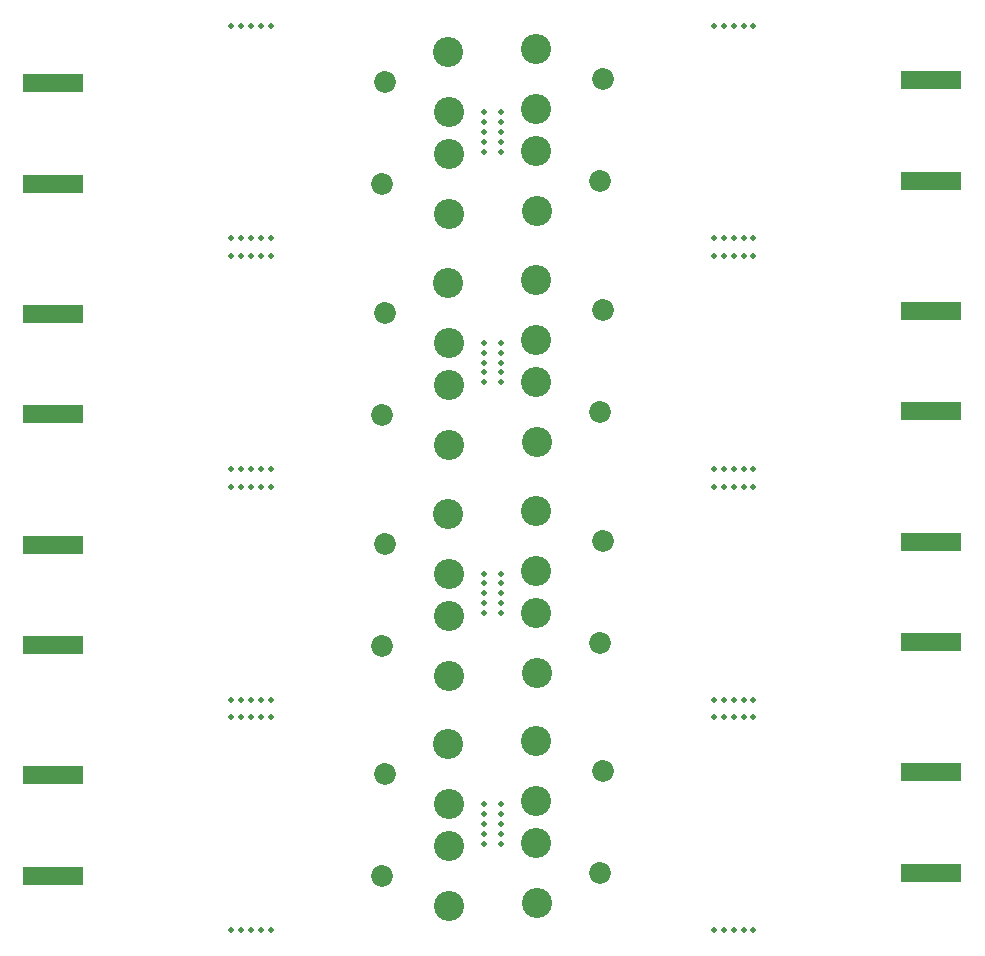
<source format=gbr>
%TF.GenerationSoftware,KiCad,Pcbnew,(6.0.10)*%
%TF.CreationDate,2023-02-03T22:17:50+05:30*%
%TF.ProjectId,Diplexer Panel,4469706c-6578-4657-9220-50616e656c2e,rev?*%
%TF.SameCoordinates,Original*%
%TF.FileFunction,Soldermask,Bot*%
%TF.FilePolarity,Negative*%
%FSLAX46Y46*%
G04 Gerber Fmt 4.6, Leading zero omitted, Abs format (unit mm)*
G04 Created by KiCad (PCBNEW (6.0.10)) date 2023-02-03 22:17:50*
%MOMM*%
%LPD*%
G01*
G04 APERTURE LIST*
%ADD10C,0.500000*%
%ADD11C,2.550000*%
%ADD12C,1.850000*%
%ADD13R,5.080000X1.500000*%
G04 APERTURE END LIST*
D10*
%TO.C,REF\u002A\u002A*%
X128902333Y-44776000D03*
%TD*%
%TO.C,REF\u002A\u002A*%
X147750000Y-53622333D03*
%TD*%
D11*
%TO.C,Gnd*%
X152167000Y-92436000D03*
X152167000Y-92436000D03*
X152167000Y-92436000D03*
%TD*%
D10*
%TO.C,REF\u002A\u002A*%
X127235667Y-46276000D03*
%TD*%
%TO.C,REF\u002A\u002A*%
X169764333Y-85328000D03*
%TD*%
%TO.C,REF\u002A\u002A*%
X168931000Y-44776000D03*
%TD*%
%TO.C,REF\u002A\u002A*%
X129735666Y-85328000D03*
%TD*%
%TO.C,REF\u002A\u002A*%
X128902333Y-65802000D03*
%TD*%
D11*
%TO.C,Gnd*%
X152167000Y-33858000D03*
X152167000Y-33858000D03*
X152167000Y-33858000D03*
%TD*%
D10*
%TO.C,REF\u002A\u002A*%
X127235667Y-26750000D03*
%TD*%
%TO.C,REF\u002A\u002A*%
X168097666Y-44776000D03*
%TD*%
%TO.C,REF\u002A\u002A*%
X127235667Y-103354000D03*
%TD*%
%TO.C,REF\u002A\u002A*%
X149250000Y-76481666D03*
%TD*%
D11*
%TO.C,Gnd*%
X144833000Y-76720000D03*
X144833000Y-76720000D03*
X144833000Y-76720000D03*
%TD*%
D12*
%TO.C,2m*%
X157882000Y-31318000D03*
X157882000Y-31318000D03*
X157882000Y-31318000D03*
X157882000Y-31318000D03*
%TD*%
D10*
%TO.C,REF\u002A\u002A*%
X126402334Y-64302000D03*
%TD*%
%TO.C,REF\u002A\u002A*%
X147750000Y-36596333D03*
%TD*%
D12*
%TO.C,2m*%
X157882000Y-50844000D03*
X157882000Y-50844000D03*
X157882000Y-50844000D03*
X157882000Y-50844000D03*
%TD*%
D10*
%TO.C,REF\u002A\u002A*%
X126402334Y-103354000D03*
%TD*%
D11*
%TO.C,Gnd*%
X152294000Y-81546000D03*
X152294000Y-81546000D03*
%TD*%
D10*
%TO.C,REF\u002A\u002A*%
X127235667Y-65802000D03*
%TD*%
%TO.C,REF\u002A\u002A*%
X168931000Y-85328000D03*
%TD*%
%TO.C,REF\u002A\u002A*%
X127235667Y-83828000D03*
%TD*%
D13*
%TO.C,2m+70cm*%
X185666500Y-59412000D03*
X185666500Y-50912000D03*
%TD*%
D12*
%TO.C,2m*%
X157882000Y-89896000D03*
X157882000Y-89896000D03*
X157882000Y-89896000D03*
X157882000Y-89896000D03*
%TD*%
D10*
%TO.C,REF\u002A\u002A*%
X126402334Y-83828000D03*
%TD*%
D11*
%TO.C,Gnd*%
X152167000Y-87356000D03*
X152167000Y-87356000D03*
X152167000Y-87356000D03*
%TD*%
D10*
%TO.C,REF\u002A\u002A*%
X149250000Y-96007666D03*
%TD*%
D12*
%TO.C,2m*%
X157882000Y-70370000D03*
X157882000Y-70370000D03*
X157882000Y-70370000D03*
X157882000Y-70370000D03*
%TD*%
D11*
%TO.C,Gnd*%
X152167000Y-67830000D03*
X152167000Y-67830000D03*
X152167000Y-67830000D03*
%TD*%
D10*
%TO.C,REF\u002A\u002A*%
X149250000Y-34929667D03*
%TD*%
D13*
%TO.C,2m+70cm*%
X111333500Y-98718000D03*
X111333500Y-90218000D03*
%TD*%
D12*
%TO.C,2m*%
X157882000Y-70370000D03*
X157882000Y-70370000D03*
X157882000Y-70370000D03*
X157882000Y-70370000D03*
%TD*%
D10*
%TO.C,REF\u002A\u002A*%
X170597666Y-26750000D03*
%TD*%
%TO.C,REF\u002A\u002A*%
X169764333Y-65802000D03*
%TD*%
D11*
%TO.C,Gnd*%
X152167000Y-56940000D03*
X152167000Y-56940000D03*
%TD*%
%TO.C,Gnd*%
X144706000Y-29032000D03*
X144706000Y-29032000D03*
%TD*%
D10*
%TO.C,REF\u002A\u002A*%
X168097666Y-85328000D03*
%TD*%
D12*
%TO.C,2m*%
X139118000Y-98786000D03*
X139118000Y-98786000D03*
X139118000Y-98786000D03*
X139118000Y-98786000D03*
%TD*%
%TO.C,70cm*%
X139372000Y-70624000D03*
X139372000Y-70624000D03*
X139372000Y-70624000D03*
X139372000Y-70624000D03*
%TD*%
D11*
%TO.C,Gnd*%
X152167000Y-76466000D03*
X152167000Y-76466000D03*
%TD*%
D10*
%TO.C,REF\u002A\u002A*%
X127235667Y-44776000D03*
%TD*%
D12*
%TO.C,70cm*%
X139372000Y-31572000D03*
X139372000Y-31572000D03*
X139372000Y-31572000D03*
X139372000Y-31572000D03*
%TD*%
%TO.C,2m*%
X157882000Y-89896000D03*
X157882000Y-89896000D03*
X157882000Y-89896000D03*
X157882000Y-89896000D03*
%TD*%
D10*
%TO.C,REF\u002A\u002A*%
X126402334Y-85328000D03*
%TD*%
%TO.C,REF\u002A\u002A*%
X128069000Y-85328000D03*
%TD*%
D12*
%TO.C,2m*%
X139118000Y-98786000D03*
X139118000Y-98786000D03*
X139118000Y-98786000D03*
X139118000Y-98786000D03*
%TD*%
D10*
%TO.C,REF\u002A\u002A*%
X147750000Y-94341000D03*
%TD*%
%TO.C,REF\u002A\u002A*%
X168097666Y-83828000D03*
%TD*%
%TO.C,REF\u002A\u002A*%
X169764333Y-26750000D03*
%TD*%
D11*
%TO.C,Gnd*%
X144833000Y-57194000D03*
X144833000Y-57194000D03*
X144833000Y-57194000D03*
%TD*%
D10*
%TO.C,REF\u002A\u002A*%
X168931000Y-83828000D03*
%TD*%
D11*
%TO.C,Gnd*%
X152167000Y-37414000D03*
X152167000Y-37414000D03*
%TD*%
D12*
%TO.C,70cm*%
X139372000Y-51098000D03*
X139372000Y-51098000D03*
X139372000Y-51098000D03*
X139372000Y-51098000D03*
%TD*%
D10*
%TO.C,REF\u002A\u002A*%
X127235667Y-85328000D03*
%TD*%
D12*
%TO.C,2m*%
X157882000Y-31318000D03*
X157882000Y-31318000D03*
X157882000Y-31318000D03*
X157882000Y-31318000D03*
%TD*%
D10*
%TO.C,REF\u002A\u002A*%
X128069000Y-64302000D03*
%TD*%
%TO.C,REF\u002A\u002A*%
X149250000Y-95174333D03*
%TD*%
%TO.C,REF\u002A\u002A*%
X147750000Y-96007666D03*
%TD*%
%TO.C,REF\u002A\u002A*%
X168931000Y-65802000D03*
%TD*%
D12*
%TO.C,70cm*%
X157628000Y-79006000D03*
X157628000Y-79006000D03*
X157628000Y-79006000D03*
X157628000Y-79006000D03*
%TD*%
D11*
%TO.C,Gnd*%
X144833000Y-53638000D03*
X144833000Y-53638000D03*
%TD*%
D12*
%TO.C,2m*%
X139118000Y-59734000D03*
X139118000Y-59734000D03*
X139118000Y-59734000D03*
X139118000Y-59734000D03*
%TD*%
D10*
%TO.C,REF\u002A\u002A*%
X169764333Y-44776000D03*
%TD*%
D13*
%TO.C,2m+70cm*%
X185666500Y-31386000D03*
X185666500Y-39886000D03*
%TD*%
D10*
%TO.C,REF\u002A\u002A*%
X170597666Y-85328000D03*
%TD*%
%TO.C,REF\u002A\u002A*%
X128069000Y-103354000D03*
%TD*%
%TO.C,REF\u002A\u002A*%
X147750000Y-74815000D03*
%TD*%
D11*
%TO.C,Gnd*%
X152294000Y-42494000D03*
X152294000Y-42494000D03*
%TD*%
D10*
%TO.C,REF\u002A\u002A*%
X169764333Y-46276000D03*
%TD*%
%TO.C,REF\u002A\u002A*%
X149250000Y-53622333D03*
%TD*%
D12*
%TO.C,2m*%
X139118000Y-40208000D03*
X139118000Y-40208000D03*
X139118000Y-40208000D03*
X139118000Y-40208000D03*
%TD*%
D11*
%TO.C,Gnd*%
X152294000Y-62020000D03*
X152294000Y-62020000D03*
%TD*%
D10*
%TO.C,REF\u002A\u002A*%
X129735666Y-103354000D03*
%TD*%
%TO.C,REF\u002A\u002A*%
X169764333Y-64302000D03*
%TD*%
%TO.C,REF\u002A\u002A*%
X128902333Y-83828000D03*
%TD*%
%TO.C,REF\u002A\u002A*%
X147750000Y-34929667D03*
%TD*%
%TO.C,REF\u002A\u002A*%
X168097666Y-103354000D03*
%TD*%
%TO.C,REF\u002A\u002A*%
X167264333Y-65802000D03*
%TD*%
%TO.C,REF\u002A\u002A*%
X147750000Y-56955666D03*
%TD*%
D12*
%TO.C,70cm*%
X157628000Y-59480000D03*
X157628000Y-59480000D03*
X157628000Y-59480000D03*
X157628000Y-59480000D03*
%TD*%
D10*
%TO.C,REF\u002A\u002A*%
X168097666Y-26750000D03*
%TD*%
%TO.C,REF\u002A\u002A*%
X168931000Y-26750000D03*
%TD*%
%TO.C,REF\u002A\u002A*%
X149250000Y-74815000D03*
%TD*%
%TO.C,REF\u002A\u002A*%
X170597666Y-44776000D03*
%TD*%
%TO.C,REF\u002A\u002A*%
X147750000Y-92674333D03*
%TD*%
%TO.C,REF\u002A\u002A*%
X149250000Y-92674333D03*
%TD*%
D12*
%TO.C,2m*%
X139118000Y-79260000D03*
X139118000Y-79260000D03*
X139118000Y-79260000D03*
X139118000Y-79260000D03*
%TD*%
%TO.C,2m*%
X139118000Y-79260000D03*
X139118000Y-79260000D03*
X139118000Y-79260000D03*
X139118000Y-79260000D03*
%TD*%
D11*
%TO.C,Gnd*%
X144833000Y-92690000D03*
X144833000Y-92690000D03*
%TD*%
D13*
%TO.C,2m+70cm*%
X185666500Y-78938000D03*
X185666500Y-70438000D03*
%TD*%
D11*
%TO.C,Gnd*%
X152167000Y-48304000D03*
X152167000Y-48304000D03*
X152167000Y-48304000D03*
%TD*%
D10*
%TO.C,REF\u002A\u002A*%
X129735666Y-44776000D03*
%TD*%
D11*
%TO.C,Gnd*%
X144706000Y-87610000D03*
X144706000Y-87610000D03*
%TD*%
D10*
%TO.C,REF\u002A\u002A*%
X170597666Y-65802000D03*
%TD*%
%TO.C,REF\u002A\u002A*%
X149250000Y-37429666D03*
%TD*%
%TO.C,REF\u002A\u002A*%
X149250000Y-34096334D03*
%TD*%
%TO.C,REF\u002A\u002A*%
X128069000Y-26750000D03*
%TD*%
%TO.C,REF\u002A\u002A*%
X147750000Y-34096334D03*
%TD*%
%TO.C,REF\u002A\u002A*%
X147750000Y-37429666D03*
%TD*%
D11*
%TO.C,Gnd*%
X144706000Y-48558000D03*
X144706000Y-48558000D03*
%TD*%
D10*
%TO.C,REF\u002A\u002A*%
X168097666Y-65802000D03*
%TD*%
D12*
%TO.C,2m*%
X139118000Y-40208000D03*
X139118000Y-40208000D03*
X139118000Y-40208000D03*
X139118000Y-40208000D03*
%TD*%
D13*
%TO.C,2m+70cm*%
X185666500Y-89964000D03*
X185666500Y-98464000D03*
%TD*%
D10*
%TO.C,REF\u002A\u002A*%
X149250000Y-56955666D03*
%TD*%
%TO.C,REF\u002A\u002A*%
X147750000Y-93507666D03*
%TD*%
D13*
%TO.C,2m+70cm*%
X111333500Y-40140000D03*
X111333500Y-31640000D03*
%TD*%
D10*
%TO.C,REF\u002A\u002A*%
X126402334Y-65802000D03*
%TD*%
%TO.C,REF\u002A\u002A*%
X149250000Y-55289000D03*
%TD*%
%TO.C,REF\u002A\u002A*%
X147750000Y-35763000D03*
%TD*%
%TO.C,REF\u002A\u002A*%
X149250000Y-56122333D03*
%TD*%
%TO.C,REF\u002A\u002A*%
X167264333Y-44776000D03*
%TD*%
D11*
%TO.C,Gnd*%
X144833000Y-34112000D03*
X144833000Y-34112000D03*
%TD*%
%TO.C,Gnd*%
X144833000Y-81800000D03*
X144833000Y-81800000D03*
X144833000Y-81800000D03*
%TD*%
D10*
%TO.C,REF\u002A\u002A*%
X170597666Y-103354000D03*
%TD*%
%TO.C,REF\u002A\u002A*%
X167264333Y-103354000D03*
%TD*%
D11*
%TO.C,Gnd*%
X144833000Y-62274000D03*
X144833000Y-62274000D03*
X144833000Y-62274000D03*
%TD*%
D10*
%TO.C,REF\u002A\u002A*%
X168097666Y-46276000D03*
%TD*%
%TO.C,REF\u002A\u002A*%
X167264333Y-85328000D03*
%TD*%
%TO.C,REF\u002A\u002A*%
X168931000Y-103354000D03*
%TD*%
D11*
%TO.C,Gnd*%
X144833000Y-42748000D03*
X144833000Y-42748000D03*
X144833000Y-42748000D03*
%TD*%
%TO.C,Gnd*%
X152167000Y-95992000D03*
X152167000Y-95992000D03*
%TD*%
%TO.C,Gnd*%
X152167000Y-53384000D03*
X152167000Y-53384000D03*
X152167000Y-53384000D03*
%TD*%
D10*
%TO.C,REF\u002A\u002A*%
X167264333Y-26750000D03*
%TD*%
D12*
%TO.C,70cm*%
X157628000Y-39954000D03*
X157628000Y-39954000D03*
X157628000Y-39954000D03*
X157628000Y-39954000D03*
%TD*%
D10*
%TO.C,REF\u002A\u002A*%
X149250000Y-75648333D03*
%TD*%
D11*
%TO.C,Gnd*%
X152294000Y-101072000D03*
X152294000Y-101072000D03*
%TD*%
D10*
%TO.C,REF\u002A\u002A*%
X129735666Y-64302000D03*
%TD*%
%TO.C,REF\u002A\u002A*%
X149250000Y-36596333D03*
%TD*%
D11*
%TO.C,Gnd*%
X144833000Y-101326000D03*
X144833000Y-101326000D03*
X144833000Y-101326000D03*
%TD*%
D10*
%TO.C,REF\u002A\u002A*%
X128069000Y-83828000D03*
%TD*%
%TO.C,REF\u002A\u002A*%
X149250000Y-94341000D03*
%TD*%
%TO.C,REF\u002A\u002A*%
X129735666Y-46276000D03*
%TD*%
%TO.C,REF\u002A\u002A*%
X128902333Y-103354000D03*
%TD*%
%TO.C,REF\u002A\u002A*%
X128069000Y-65802000D03*
%TD*%
%TO.C,REF\u002A\u002A*%
X147750000Y-75648333D03*
%TD*%
%TO.C,REF\u002A\u002A*%
X128902333Y-46276000D03*
%TD*%
%TO.C,REF\u002A\u002A*%
X128069000Y-46276000D03*
%TD*%
%TO.C,REF\u002A\u002A*%
X127235667Y-64302000D03*
%TD*%
%TO.C,REF\u002A\u002A*%
X126402334Y-46276000D03*
%TD*%
%TO.C,REF\u002A\u002A*%
X170597666Y-64302000D03*
%TD*%
%TO.C,REF\u002A\u002A*%
X128069000Y-44776000D03*
%TD*%
%TO.C,REF\u002A\u002A*%
X170597666Y-83828000D03*
%TD*%
D12*
%TO.C,2m*%
X157882000Y-50844000D03*
X157882000Y-50844000D03*
X157882000Y-50844000D03*
X157882000Y-50844000D03*
%TD*%
D10*
%TO.C,REF\u002A\u002A*%
X126402334Y-44776000D03*
%TD*%
%TO.C,REF\u002A\u002A*%
X168097666Y-64302000D03*
%TD*%
%TO.C,REF\u002A\u002A*%
X147750000Y-73148333D03*
%TD*%
D12*
%TO.C,2m*%
X139118000Y-59734000D03*
X139118000Y-59734000D03*
X139118000Y-59734000D03*
X139118000Y-59734000D03*
%TD*%
D10*
%TO.C,REF\u002A\u002A*%
X167264333Y-64302000D03*
%TD*%
%TO.C,REF\u002A\u002A*%
X126402334Y-26750000D03*
%TD*%
%TO.C,REF\u002A\u002A*%
X149250000Y-93507666D03*
%TD*%
%TO.C,REF\u002A\u002A*%
X147750000Y-54455666D03*
%TD*%
%TO.C,REF\u002A\u002A*%
X149250000Y-35763000D03*
%TD*%
D11*
%TO.C,Gnd*%
X152167000Y-28778000D03*
X152167000Y-28778000D03*
X152167000Y-28778000D03*
%TD*%
D10*
%TO.C,REF\u002A\u002A*%
X149250000Y-73981666D03*
%TD*%
D11*
%TO.C,Gnd*%
X152167000Y-72910000D03*
X152167000Y-72910000D03*
X152167000Y-72910000D03*
%TD*%
D10*
%TO.C,REF\u002A\u002A*%
X147750000Y-56122333D03*
%TD*%
D12*
%TO.C,70cm*%
X157628000Y-98532000D03*
X157628000Y-98532000D03*
X157628000Y-98532000D03*
X157628000Y-98532000D03*
%TD*%
D10*
%TO.C,REF\u002A\u002A*%
X170597666Y-46276000D03*
%TD*%
%TO.C,REF\u002A\u002A*%
X147750000Y-73981666D03*
%TD*%
%TO.C,REF\u002A\u002A*%
X147750000Y-76481666D03*
%TD*%
D11*
%TO.C,Gnd*%
X144833000Y-73164000D03*
X144833000Y-73164000D03*
%TD*%
D10*
%TO.C,REF\u002A\u002A*%
X167264333Y-83828000D03*
%TD*%
%TO.C,REF\u002A\u002A*%
X147750000Y-55289000D03*
%TD*%
D11*
%TO.C,Gnd*%
X144833000Y-96246000D03*
X144833000Y-96246000D03*
X144833000Y-96246000D03*
%TD*%
D10*
%TO.C,REF\u002A\u002A*%
X129735666Y-26750000D03*
%TD*%
%TO.C,REF\u002A\u002A*%
X149250000Y-54455666D03*
%TD*%
D12*
%TO.C,70cm*%
X139372000Y-90150000D03*
X139372000Y-90150000D03*
X139372000Y-90150000D03*
X139372000Y-90150000D03*
%TD*%
D10*
%TO.C,REF\u002A\u002A*%
X169764333Y-83828000D03*
%TD*%
%TO.C,REF\u002A\u002A*%
X168931000Y-64302000D03*
%TD*%
%TO.C,REF\u002A\u002A*%
X128902333Y-26750000D03*
%TD*%
%TO.C,REF\u002A\u002A*%
X128902333Y-64302000D03*
%TD*%
%TO.C,REF\u002A\u002A*%
X168931000Y-46276000D03*
%TD*%
D11*
%TO.C,Gnd*%
X144833000Y-37668000D03*
X144833000Y-37668000D03*
X144833000Y-37668000D03*
%TD*%
D13*
%TO.C,2m+70cm*%
X111333500Y-59666000D03*
X111333500Y-51166000D03*
%TD*%
D10*
%TO.C,REF\u002A\u002A*%
X129735666Y-65802000D03*
%TD*%
%TO.C,REF\u002A\u002A*%
X129735666Y-83828000D03*
%TD*%
%TO.C,REF\u002A\u002A*%
X167264333Y-46276000D03*
%TD*%
D11*
%TO.C,Gnd*%
X144706000Y-68084000D03*
X144706000Y-68084000D03*
%TD*%
D13*
%TO.C,2m+70cm*%
X111333500Y-79192000D03*
X111333500Y-70692000D03*
%TD*%
D10*
%TO.C,REF\u002A\u002A*%
X169764333Y-103354000D03*
%TD*%
%TO.C,REF\u002A\u002A*%
X149250000Y-73148333D03*
%TD*%
%TO.C,REF\u002A\u002A*%
X128902333Y-85328000D03*
%TD*%
%TO.C,REF\u002A\u002A*%
X147750000Y-95174333D03*
%TD*%
M02*

</source>
